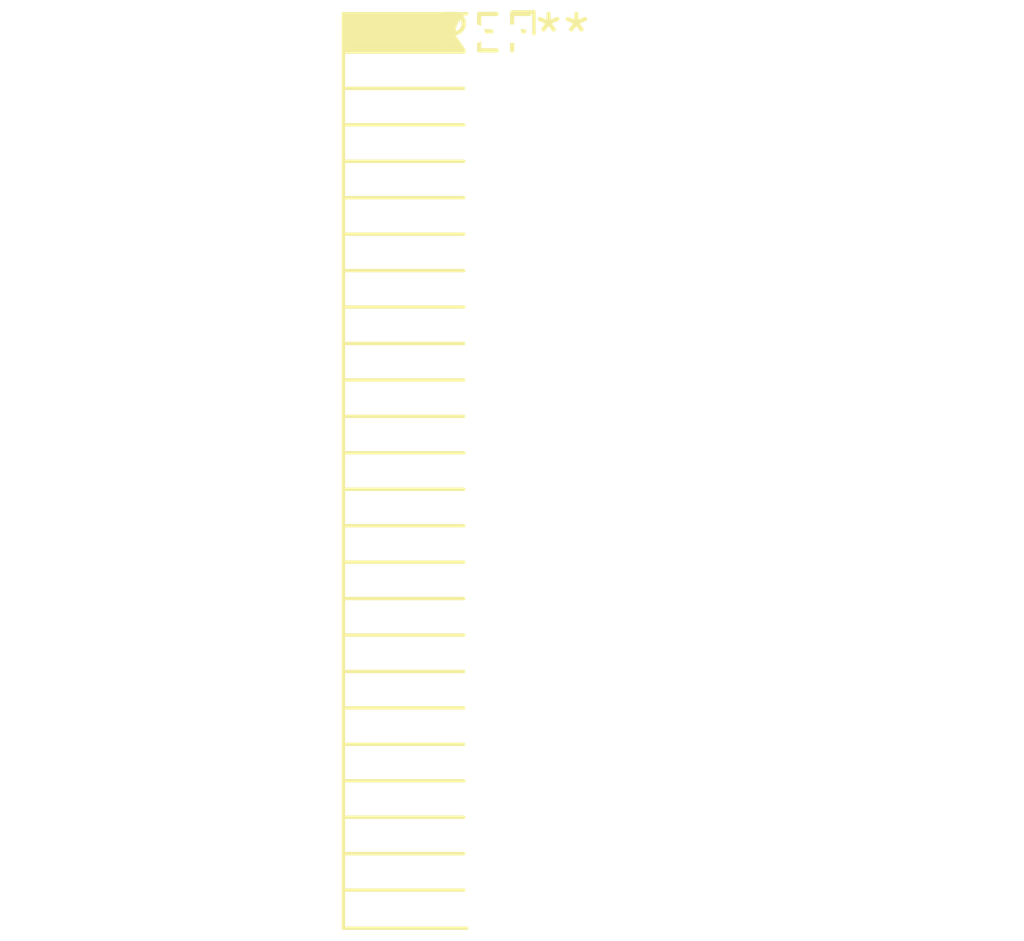
<source format=kicad_pcb>
(kicad_pcb (version 20240108) (generator pcbnew)
  (layers (0 "F.Cu" signal) (31 "B.Cu" signal) (34 "B.Paste" user) (35 "F.Paste" user) (36 "B.SilkS" user "B.Silkscreen") (37 "F.SilkS" user "F.Silkscreen") (38 "B.Mask" user) (39 "F.Mask" user) (44 "Edge.Cuts" user))
  (net 0 "")
  (footprint "PinSocket_2x25_P1.27mm_Horizontal" (layer "F.Cu") (at 0 0)
    (property "Reference" "REF**")
    (property "Value" "PinSocket_2x25_P1.27mm_Horizontal")
    (fp_line (start -5.88 -0.695) (end -5.88 31.175) (layer "F.SilkS") (stroke (width 0.12)))
    (fp_line (start -5.88 -0.695) (end -1.57753 -0.695) (layer "F.SilkS") (stroke (width 0.12)))
    (fp_line (start -5.88 -0.575) (end -1.766966 -0.575) (layer "F.SilkS") (stroke (width 0.12)))
    (fp_line (start -5.88 -0.465) (end -1.871145 -0.465) (layer "F.SilkS") (stroke (width 0.12)))
    (fp_line (start -5.88 -0.355) (end -1.941993 -0.355) (layer "F.SilkS") (stroke (width 0.12)))
    (fp_line (start -5.88 -0.245) (end -1.989427 -0.245) (layer "F.SilkS") (stroke (width 0.12)))
    (fp_line (start -5.88 -0.135) (end -2.017914 -0.135) (layer "F.SilkS") (stroke (width 0.12)))
    (fp_line (start -5.88 -0.025) (end -2.029589 -0.025) (layer "F.SilkS") (stroke (width 0.12)))
    (fp_line (start -5.88 0.085) (end -2.025232 0.085) (layer "F.SilkS") (stroke (width 0.12)))
    (fp_line (start -5.88 0.195) (end -2.004558 0.195) (layer "F.SilkS") (stroke (width 0.12)))
    (fp_line (start -5.88 0.305) (end -1.966114 0.305) (layer "F.SilkS") (stroke (width 0.12)))
    (fp_line (start -5.88 0.415) (end -1.906691 0.415) (layer "F.SilkS") (stroke (width 0.12)))
    (fp_line (start -5.88 0.525) (end -1.819523 0.525) (layer "F.SilkS") (stroke (width 0.12)))
    (fp_line (start -5.88 0.635) (end -1.687582 0.635) (layer "F.SilkS") (stroke (width 0.12)))
    (fp_line (start -5.88 1.905) (end -1.687582 1.905) (layer "F.SilkS") (stroke (width 0.12)))
    (fp_line (start -5.88 3.175) (end -1.687582 3.175) (layer "F.SilkS") (stroke (width 0.12)))
    (fp_line (start -5.88 4.445) (end -1.687582 4.445) (layer "F.SilkS") (stroke (width 0.12)))
    (fp_line (start -5.88 5.715) (end -1.687582 5.715) (layer "F.SilkS") (stroke (width 0.12)))
    (fp_line (start -5.88 6.985) (end -1.687582 6.985) (layer "F.SilkS") (stroke (width 0.12)))
    (fp_line (start -5.88 8.255) (end -1.687582 8.255) (layer "F.SilkS") (stroke (width 0.12)))
    (fp_line (start -5.88 9.525) (end -1.687582 9.525) (layer "F.SilkS") (stroke (width 0.12)))
    (fp_line (start -5.88 10.795) (end -1.687582 10.795) (layer "F.SilkS") (stroke (width 0.12)))
    (fp_line (start -5.88 12.065) (end -1.687582 12.065) (layer "F.SilkS") (stroke (width 0.12)))
    (fp_line (start -5.88 13.335) (end -1.687582 13.335) (layer "F.SilkS") (stroke (width 0.12)))
    (fp_line (start -5.88 14.605) (end -1.687582 14.605) (layer "F.SilkS") (stroke (width 0.12)))
    (fp_line (start -5.88 15.875) (end -1.687582 15.875) (layer "F.SilkS") (stroke (width 0.12)))
    (fp_line (start -5.88 17.145) (end -1.687582 17.145) (layer "F.SilkS") (stroke (width 0.12)))
    (fp_line (start -5.88 18.415) (end -1.687582 18.415) (layer "F.SilkS") (stroke (width 0.12)))
    (fp_line (start -5.88 19.685) (end -1.687582 19.685) (layer "F.SilkS") (stroke (width 0.12)))
    (fp_line (start -5.88 20.955) (end -1.687582 20.955) (layer "F.SilkS") (stroke (width 0.12)))
    (fp_line (start -5.88 22.225) (end -1.687582 22.225) (layer "F.SilkS") (stroke (width 0.12)))
    (fp_line (start -5.88 23.495) (end -1.687582 23.495) (layer "F.SilkS") (stroke (width 0.12)))
    (fp_line (start -5.88 24.765) (end -1.687582 24.765) (layer "F.SilkS") (stroke (width 0.12)))
    (fp_line (start -5.88 26.035) (end -1.687582 26.035) (layer "F.SilkS") (stroke (width 0.12)))
    (fp_line (start -5.88 27.305) (end -1.687582 27.305) (layer "F.SilkS") (stroke (width 0.12)))
    (fp_line (start -5.88 28.575) (end -1.687582 28.575) (layer "F.SilkS") (stroke (width 0.12)))
    (fp_line (start -5.88 29.845) (end -1.687582 29.845) (layer "F.SilkS") (stroke (width 0.12)))
    (fp_line (start -5.88 31.175) (end -1.57753 31.175) (layer "F.SilkS") (stroke (width 0.12)))
    (fp_line (start 0 -0.76) (end 0.76 -0.76) (layer "F.SilkS") (stroke (width 0.12)))
    (fp_line (start 0.76 -0.76) (end 0.76 0) (layer "F.SilkS") (stroke (width 0.12)))
    (pad "1" thru_hole rect (at 0 0) (size 1 1) (drill 0.65) (layers *.Cu *.Mask) (remove_unused_layers))
    (pad "2" thru_hole oval (at -1.27 0) (size 1 1) (drill 0.65) (layers *.Cu *.Mask) (remove_unused_layers))
    (pad "3" thru_hole oval (at 0 1.27) (size 1 1) (drill 0.65) (layers *.Cu *.Mask) (remove_unused_layers))
    (pad "4" thru_hole oval (at -1.27 1.27) (size 1 1) (drill 0.65) (layers *.Cu *.Mask) (remove_unused_layers))
    (pad "5" thru_hole oval (at 0 2.54) (size 1 1) (drill 0.65) (layers *.Cu *.Mask) (remove_unused_layers))
    (pad "6" thru_hole oval (at -1.27 2.54) (size 1 1) (drill 0.65) (layers *.Cu *.Mask) (remove_unused_layers))
    (pad "7" thru_hole oval (at 0 3.81) (size 1 1) (drill 0.65) (layers *.Cu *.Mask) (remove_unused_layers))
    (pad "8" thru_hole oval (at -1.27 3.81) (size 1 1) (drill 0.65) (layers *.Cu *.Mask) (remove_unused_layers))
    (pad "9" thru_hole oval (at 0 5.08) (size 1 1) (drill 0.65) (layers *.Cu *.Mask) (remove_unused_layers))
    (pad "10" thru_hole oval (at -1.27 5.08) (size 1 1) (drill 0.65) (layers *.Cu *.Mask) (remove_unused_layers))
    (pad "11" thru_hole oval (at 0 6.35) (size 1 1) (drill 0.65) (layers *.Cu *.Mask) (remove_unused_layers))
    (pad "12" thru_hole oval (at -1.27 6.35) (size 1 1) (drill 0.65) (layers *.Cu *.Mask) (remove_unused_layers))
    (pad "13" thru_hole oval (at 0 7.62) (size 1 1) (drill 0.65) (layers *.Cu *.Mask) (remove_unused_layers))
    (pad "14" thru_hole oval (at -1.27 7.62) (size 1 1) (drill 0.65) (layers *.Cu *.Mask) (remove_unused_layers))
    (pad "15" thru_hole oval (at 0 8.89) (size 1 1) (drill 0.65) (layers *.Cu *.Mask) (remove_unused_layers))
    (pad "16" thru_hole oval (at -1.27 8.89) (size 1 1) (drill 0.65) (layers *.Cu *.Mask) (remove_unused_layers))
    (pad "17" thru_hole oval (at 0 10.16) (size 1 1) (drill 0.65) (layers *.Cu *.Mask) (remove_unused_layers))
    (pad "18" thru_hole oval (at -1.27 10.16) (size 1 1) (drill 0.65) (layers *.Cu *.Mask) (remove_unused_layers))
    (pad "19" thru_hole oval (at 0 11.43) (size 1 1) (drill 0.65) (layers *.Cu *.Mask) (remove_unused_layers))
    (pad "20" thru_hole oval (at -1.27 11.43) (size 1 1) (drill 0.65) (layers *.Cu *.Mask) (remove_unused_layers))
    (pad "21" thru_hole oval (at 0 12.7) (size 1 1) (drill 0.65) (layers *.Cu *.Mask) (remove_unused_layers))
    (pad "22" thru_hole oval (at -1.27 12.7) (size 1 1) (drill 0.65) (layers *.Cu *.Mask) (remove_unused_layers))
    (pad "23" thru_hole oval (at 0 13.97) (size 1 1) (drill 0.65) (layers *.Cu *.Mask) (remove_unused_layers))
    (pad "24" thru_hole oval (at -1.27 13.97) (size 1 1) (drill 0.65) (layers *.Cu *.Mask) (remove_unused_layers))
    (pad "25" thru_hole oval (at 0 15.24) (size 1 1) (drill 0.65) (layers *.Cu *.Mask) (remove_unused_layers))
    (pad "26" thru_hole oval (at -1.27 15.24) (size 1 1) (drill 0.65) (layers *.Cu *.Mask) (remove_unused_layers))
    (pad "27" thru_hole oval (at 0 16.51) (size 1 1) (drill 0.65) (layers *.Cu *.Mask) (remove_unused_layers))
    (pad "28" thru_hole oval (at -1.27 16.51) (size 1 1) (drill 0.65) (layers *.Cu *.Mask) (remove_unused_layers))
    (pad "29" thru_hole oval (at 0 17.78) (size 1 1) (drill 0.65) (layers *.Cu *.Mask) (remove_unused_layers))
    (pad "30" thru_hole oval (at -1.27 17.78) (size 1 1) (drill 0.65) (layers *.Cu *.Mask) (remove_unused_layers))
    (pad "31" thru_hole oval (at 0 19.05) (size 1 1) (drill 0.65) (layers *.Cu *.Mask) (remove_unused_layers))
    (pad "32" thru_hole oval (at -1.27 19.05) (size 1 1) (drill 0.65) (layers *.Cu *.Mask) (remove_unused_layers))
    (pad "33" thru_hole oval (at 0 20.32) (size 1 1) (drill 0.65) (layers *.Cu *.Mask) (remove_unused_layers))
    (pad "34" thru_hole oval (at -1.27 20.32) (size 1 1) (drill 0.65) (layers *.Cu *.Mask) (remove_unused_layers))
    (pad "35" thru_hole oval (at 0 21.59) (size 1 1) (drill 0.65) (layers *.Cu *.Mask) (remove_unused_layers))
    (pad "36" thru_hole oval (at -1.27 21.59) (size 1 1) (drill 0.65) (layers *.Cu *.Mask) (remove_unused_layers))
    (pad "37" thru_hole oval (at 0 22.86) (size 1 1) (drill 0.65) (layers *.Cu *.Mask) (remove_unused_layers))
    (pad "38" thru_hole oval (at -1.27 22.86) (size 1 1) (drill 0.65) (layers *.Cu *.Mask) (remove_unused_layers))
    (pad "39" thru_hole oval (at 0 24.13) (size 1 1) (drill 0.65) (layers *.Cu *.Mask) (remove_unused_layers))
    (pad "40" thru_hole oval (at -1.27 24.13) (size 1 1) (drill 0.65) (layers *.Cu *.Mask) (remove_unused_layers))
    (pad "41" thru_hole oval (at 0 25.4) (size 1 1) (drill 0.65) (layers *.Cu *.Mask) (remove_unused_layers))
    (pad "42" thru_hole oval (at -1.27 25.4) (size 1 1) (drill 0.65) (layers *.Cu *.Mask) (remove_unused_layers))
    (pad "43" thru_hole oval (at 0 26.67) (size 1 1) (drill 0.65) (layers *.Cu *.Mask) (remove_unused_layers))
    (pad "44" thru_hole oval (at -1.27 26.67) (size 1 1) (drill 0.65) (layers *.Cu *.Mask) (remove_unused_layers))
    (pad "45" thru_hole oval (at 0 27.94) (size 1 1) (drill 0.65) (layers *.Cu *.Mask) (remove_unused_layers))
    (pad "46" thru_hole oval (at -1.27 27.94) (size 1 1) (drill 0.65) (layers *.Cu *.Mask) (remove_unused_layers))
    (pad "47" thru_hole oval (at 0 29.21) (size 1 1) (drill 0.65) (layers *.Cu *.Mask) (remove_unused_layers))
    (pad "48" thru_hole oval (at -1.27 29.21) (size 1 1) (drill 0.65) (layers *.Cu *.Mask) (remove_unused_layers))
    (pad "49" thru_hole oval (at 0 30.48) (size 1 1) (drill 0.65) (layers *.Cu *.Mask) (remove_unused_layers))
    (pad "50" thru_hole oval (at -1.27 30.48) (size 1 1) (drill 0.65) (layers *.Cu *.Mask) (remove_unused_layers))
  )
)
</source>
